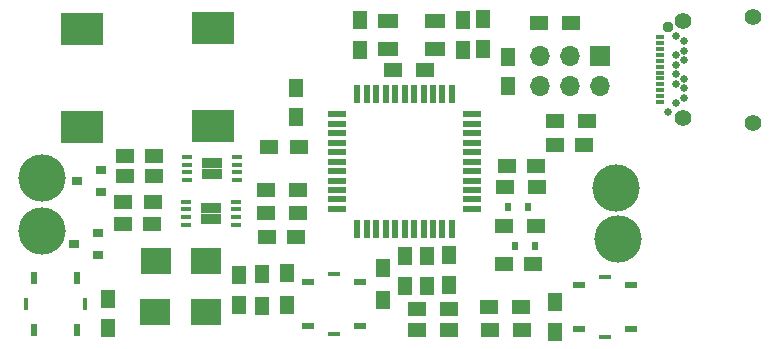
<source format=gts>
G04 #@! TF.FileFunction,Soldermask,Top*
%FSLAX46Y46*%
G04 Gerber Fmt 4.6, Leading zero omitted, Abs format (unit mm)*
G04 Created by KiCad (PCBNEW 4.0.7) date 05/22/18 09:46:34*
%MOMM*%
%LPD*%
G01*
G04 APERTURE LIST*
%ADD10C,0.100000*%
%ADD11R,1.500000X1.250000*%
%ADD12R,1.250000X1.500000*%
%ADD13R,2.500000X2.300000*%
%ADD14R,0.900000X0.800000*%
%ADD15R,0.600000X0.800000*%
%ADD16C,1.400000*%
%ADD17R,0.700000X0.300000*%
%ADD18C,0.950000*%
%ADD19C,0.650000*%
%ADD20R,1.700000X1.700000*%
%ADD21O,1.700000X1.700000*%
%ADD22C,4.000500*%
%ADD23R,3.600000X2.700000*%
%ADD24R,1.500000X1.300000*%
%ADD25R,1.300000X1.500000*%
%ADD26R,1.000000X0.600000*%
%ADD27R,1.000000X0.450000*%
%ADD28R,0.600000X1.000000*%
%ADD29R,0.450000X1.000000*%
%ADD30R,1.500000X0.550000*%
%ADD31R,0.550000X1.500000*%
%ADD32R,0.890000X0.420000*%
%ADD33R,0.840000X0.940000*%
%ADD34R,1.800000X1.200000*%
G04 APERTURE END LIST*
D10*
D11*
X124911800Y-43053000D03*
X127411800Y-43053000D03*
D12*
X108458000Y-34955800D03*
X108458000Y-32455800D03*
X117119400Y-32455800D03*
X117119400Y-34955800D03*
X112242600Y-54945600D03*
X112242600Y-52445600D03*
D11*
X120847800Y-44780200D03*
X123347800Y-44780200D03*
X103053200Y-50800000D03*
X100553200Y-50800000D03*
D12*
X120954800Y-35580000D03*
X120954800Y-38080000D03*
X87096600Y-56052400D03*
X87096600Y-58552400D03*
D11*
X90886600Y-47879000D03*
X88386600Y-47879000D03*
X120619200Y-53136800D03*
X123119200Y-53136800D03*
D12*
X124917200Y-56357200D03*
X124917200Y-58857200D03*
D11*
X88539000Y-45694600D03*
X91039000Y-45694600D03*
X91013600Y-43942000D03*
X88513600Y-43942000D03*
X88361200Y-49707800D03*
X90861200Y-49707800D03*
D12*
X118846600Y-34879600D03*
X118846600Y-32379600D03*
X98221800Y-54045800D03*
X98221800Y-56545800D03*
X102997000Y-38196200D03*
X102997000Y-40696200D03*
D11*
X103256400Y-43180000D03*
X100756400Y-43180000D03*
D12*
X114071400Y-52445600D03*
X114071400Y-54945600D03*
X115951000Y-52394800D03*
X115951000Y-54894800D03*
D13*
X91118800Y-57175400D03*
X95418800Y-57175400D03*
D14*
X86496400Y-47051000D03*
X86496400Y-45151000D03*
X84496400Y-46101000D03*
D15*
X122693800Y-48285400D03*
X120993800Y-48285400D03*
X123252600Y-51612800D03*
X121552600Y-51612800D03*
D13*
X91144200Y-52882800D03*
X95444200Y-52882800D03*
D14*
X86267800Y-52359600D03*
X86267800Y-50459600D03*
X84267800Y-51409600D03*
D16*
X135777200Y-40782200D03*
D17*
X133867200Y-39402200D03*
X133867200Y-38902200D03*
X133867200Y-38402200D03*
X133867200Y-37902200D03*
X133867200Y-37402200D03*
X133867200Y-36902200D03*
X133867200Y-36402200D03*
X133867200Y-33902200D03*
X133867200Y-34902200D03*
X133867200Y-35402200D03*
X133867200Y-35902200D03*
X133867200Y-34402200D03*
D16*
X135777200Y-32522200D03*
X141727200Y-32162200D03*
X141727200Y-41142200D03*
D18*
X134527200Y-33052200D03*
D19*
X134527200Y-40252200D03*
X135177200Y-33852200D03*
X135177200Y-35452200D03*
X135177200Y-36252200D03*
X135177200Y-37052200D03*
X135177200Y-37852200D03*
X135177200Y-39452200D03*
X135877200Y-34252200D03*
X135877200Y-35052200D03*
X135877200Y-35852200D03*
X135877200Y-37452200D03*
X135877200Y-38252200D03*
X135877200Y-39052200D03*
D20*
X128727200Y-35483800D03*
D21*
X128727200Y-38023800D03*
X126187200Y-35483800D03*
X126187200Y-38023800D03*
X123647200Y-35483800D03*
X123647200Y-38023800D03*
D22*
X81534000Y-50342800D03*
X81534000Y-45821600D03*
X130302000Y-51028600D03*
X130149600Y-46685200D03*
D23*
X96012000Y-33111800D03*
X96012000Y-41411800D03*
D24*
X124964200Y-41046400D03*
X127664200Y-41046400D03*
D23*
X84912200Y-33188000D03*
X84912200Y-41488000D03*
D24*
X123447800Y-46634400D03*
X120747800Y-46634400D03*
D25*
X102260400Y-56569600D03*
X102260400Y-53869600D03*
D24*
X126267200Y-32689800D03*
X123567200Y-32689800D03*
D25*
X100126800Y-56671200D03*
X100126800Y-53971200D03*
X110388400Y-56163200D03*
X110388400Y-53463200D03*
D24*
X103204000Y-46863000D03*
X100504000Y-46863000D03*
X103204000Y-48768000D03*
X100504000Y-48768000D03*
X113254800Y-58674000D03*
X115954800Y-58674000D03*
X122127000Y-58724800D03*
X119427000Y-58724800D03*
X113254800Y-56946800D03*
X115954800Y-56946800D03*
X123346200Y-49936400D03*
X120646200Y-49936400D03*
X111248200Y-36703000D03*
X113948200Y-36703000D03*
X122101600Y-56794400D03*
X119401600Y-56794400D03*
D26*
X108473600Y-58365000D03*
X104073600Y-58365000D03*
X104073600Y-54665000D03*
X108473600Y-54665000D03*
D27*
X106273600Y-59040000D03*
X106273600Y-53990000D03*
D28*
X80801600Y-58689600D03*
X80801600Y-54289600D03*
X84501600Y-54289600D03*
X84501600Y-58689600D03*
D29*
X80126600Y-56489600D03*
X85176600Y-56489600D03*
D26*
X131359000Y-58619000D03*
X126959000Y-58619000D03*
X126959000Y-54919000D03*
X131359000Y-54919000D03*
D27*
X129159000Y-59294000D03*
X129159000Y-54244000D03*
D30*
X117917200Y-48450000D03*
X117917200Y-47650000D03*
X117917200Y-46850000D03*
X117917200Y-46050000D03*
X117917200Y-45250000D03*
X117917200Y-44450000D03*
X117917200Y-43650000D03*
X117917200Y-42850000D03*
X117917200Y-42050000D03*
X117917200Y-41250000D03*
X117917200Y-40450000D03*
D31*
X116217200Y-38750000D03*
X115417200Y-38750000D03*
X114617200Y-38750000D03*
X113817200Y-38750000D03*
X113017200Y-38750000D03*
X112217200Y-38750000D03*
X111417200Y-38750000D03*
X110617200Y-38750000D03*
X109817200Y-38750000D03*
X109017200Y-38750000D03*
X108217200Y-38750000D03*
D30*
X106517200Y-40450000D03*
X106517200Y-41250000D03*
X106517200Y-42050000D03*
X106517200Y-42850000D03*
X106517200Y-43650000D03*
X106517200Y-44450000D03*
X106517200Y-45250000D03*
X106517200Y-46050000D03*
X106517200Y-46850000D03*
X106517200Y-47650000D03*
X106517200Y-48450000D03*
D31*
X108217200Y-50150000D03*
X109017200Y-50150000D03*
X109817200Y-50150000D03*
X110617200Y-50150000D03*
X111417200Y-50150000D03*
X112217200Y-50150000D03*
X113017200Y-50150000D03*
X113817200Y-50150000D03*
X114617200Y-50150000D03*
X115417200Y-50150000D03*
X116217200Y-50150000D03*
D32*
X97939200Y-49793800D03*
X97939200Y-49143800D03*
X97939200Y-48493800D03*
X97939200Y-47843800D03*
X93729200Y-47843800D03*
X93729200Y-48493800D03*
X93729200Y-49143800D03*
X93729200Y-49793800D03*
D33*
X95414200Y-48348800D03*
X95414200Y-49288800D03*
X96254200Y-48348800D03*
X96254200Y-49288800D03*
D32*
X98015400Y-46009200D03*
X98015400Y-45359200D03*
X98015400Y-44709200D03*
X98015400Y-44059200D03*
X93805400Y-44059200D03*
X93805400Y-44709200D03*
X93805400Y-45359200D03*
X93805400Y-46009200D03*
D33*
X95490400Y-44564200D03*
X95490400Y-45504200D03*
X96330400Y-44564200D03*
X96330400Y-45504200D03*
D34*
X110826800Y-34905800D03*
X114826800Y-34905800D03*
X114826800Y-32505800D03*
X110826800Y-32505800D03*
M02*

</source>
